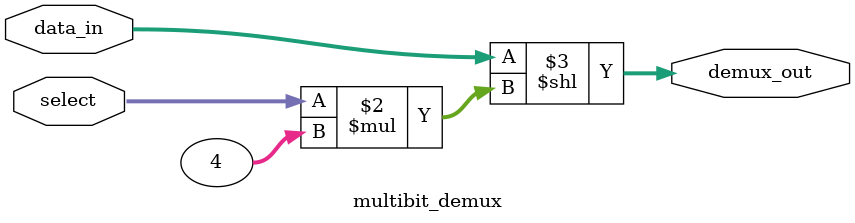
<source format=sv>
module multibit_demux #(
    parameter DATA_WIDTH = 4,             // Width of data bus
    parameter OUT_COUNT = 4               // Number of outputs
) (
    input wire [DATA_WIDTH-1:0] data_in,  // Input data bus
    input wire [1:0] select,              // Selection input
    output reg [DATA_WIDTH*OUT_COUNT-1:0] demux_out // Combined outputs
);
    // Optimize the implementation by using a shift operation based on select value
    // This reduces the code size and potentially improves synthesis results
    integer i;
    
    always @(*) begin
        // Initialize all outputs to zero
        demux_out = {(DATA_WIDTH*OUT_COUNT){1'b0}};
        
        // Place the input data at the correct position using a shift operation
        // This calculates the bit position: select * DATA_WIDTH
        demux_out = data_in << (select * DATA_WIDTH);
    end
endmodule
</source>
